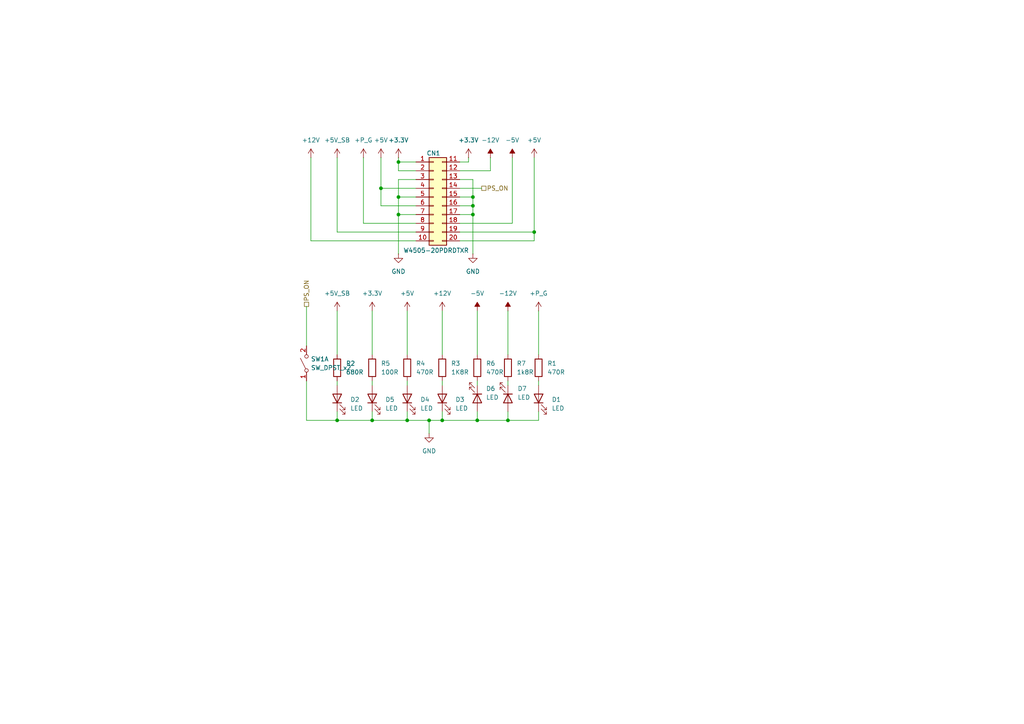
<source format=kicad_sch>
(kicad_sch (version 20231120) (generator "eeschema") (generator_version "8.0")
  (paper "A4")
  (lib_symbols
    (symbol "Connector_Generic:Conn_02x10_Top_Bottom" (pin_names (offset 1.016) hide)
      (property "Reference" "J" (at 1.27 12.7 0))
      (property "Value" "Conn_02x10_Top_Bottom" (at 1.27 -15.24 0))
      (symbol "Conn_02x10_Top_Bottom_1_1"
        (rectangle (start -1.27 -12.573) (end 0 -12.827) (stroke (width 0.1524)))
        (rectangle (start -1.27 -10.033) (end 0 -10.287) (stroke (width 0.1524)))
        (rectangle (start -1.27 -7.493) (end 0 -7.747) (stroke (width 0.1524)))
        (rectangle (start -1.27 -4.953) (end 0 -5.207) (stroke (width 0.1524)))
        (rectangle (start -1.27 -2.413) (end 0 -2.667) (stroke (width 0.1524)))
        (rectangle (start -1.27 0.127) (end 0 -0.127) (stroke (width 0.1524)))
        (rectangle (start -1.27 2.667) (end 0 2.413) (stroke (width 0.1524)))
        (rectangle (start -1.27 5.207) (end 0 4.953) (stroke (width 0.1524)))
        (rectangle (start -1.27 7.747) (end 0 7.493) (stroke (width 0.1524)))
        (rectangle (start -1.27 10.287) (end 0 10.033) (stroke (width 0.1524)))
        (rectangle (start -1.27 11.43) (end 3.81 -13.97) (stroke (width 0.254)) (fill (type background)))
        (rectangle (start 3.81 -12.573) (end 2.54 -12.827) (stroke (width 0.1524)))
        (rectangle (start 3.81 -10.033) (end 2.54 -10.287) (stroke (width 0.1524)))
        (rectangle (start 3.81 -7.493) (end 2.54 -7.747) (stroke (width 0.1524)))
        (rectangle (start 3.81 -4.953) (end 2.54 -5.207) (stroke (width 0.1524)))
        (rectangle (start 3.81 -2.413) (end 2.54 -2.667) (stroke (width 0.1524)))
        (rectangle (start 3.81 0.127) (end 2.54 -0.127) (stroke (width 0.1524)))
        (rectangle (start 3.81 2.667) (end 2.54 2.413) (stroke (width 0.1524)))
        (rectangle (start 3.81 5.207) (end 2.54 4.953) (stroke (width 0.1524)))
        (rectangle (start 3.81 7.747) (end 2.54 7.493) (stroke (width 0.1524)))
        (rectangle (start 3.81 10.287) (end 2.54 10.033) (stroke (width 0.1524)))
        (pin passive line (at -5.08 10.16 0) (length 3.81) (name "Pin_1") (number "1"))
        (pin passive line (at -5.08 -12.7 0) (length 3.81) (name "Pin_10") (number "10"))
        (pin passive line (at 7.62 10.16 180) (length 3.81) (name "Pin_11") (number "11"))
        (pin passive line (at 7.62 7.62 180) (length 3.81) (name "Pin_12") (number "12"))
        (pin passive line (at 7.62 5.08 180) (length 3.81) (name "Pin_13") (number "13"))
        (pin passive line (at 7.62 2.54 180) (length 3.81) (name "Pin_14") (number "14"))
        (pin passive line (at 7.62 0 180) (length 3.81) (name "Pin_15") (number "15"))
        (pin passive line (at 7.62 -2.54 180) (length 3.81) (name "Pin_16") (number "16"))
        (pin passive line (at 7.62 -5.08 180) (length 3.81) (name "Pin_17") (number "17"))
        (pin passive line (at 7.62 -7.62 180) (length 3.81) (name "Pin_18") (number "18"))
        (pin passive line (at 7.62 -10.16 180) (length 3.81) (name "Pin_19") (number "19"))
        (pin passive line (at -5.08 7.62 0) (length 3.81) (name "Pin_2") (number "2"))
        (pin passive line (at 7.62 -12.7 180) (length 3.81) (name "Pin_20") (number "20"))
        (pin passive line (at -5.08 5.08 0) (length 3.81) (name "Pin_3") (number "3"))
        (pin passive line (at -5.08 2.54 0) (length 3.81) (name "Pin_4") (number "4"))
        (pin passive line (at -5.08 0 0) (length 3.81) (name "Pin_5") (number "5"))
        (pin passive line (at -5.08 -2.54 0) (length 3.81) (name "Pin_6") (number "6"))
        (pin passive line (at -5.08 -5.08 0) (length 3.81) (name "Pin_7") (number "7"))
        (pin passive line (at -5.08 -7.62 0) (length 3.81) (name "Pin_8") (number "8"))
        (pin passive line (at -5.08 -10.16 0) (length 3.81) (name "Pin_9") (number "9"))
      )
    )
    (symbol "Device:LED" (pin_numbers hide) (pin_names (offset 1.016) hide)
      (property "Reference" "D" (at 0 2.54 0))
      (property "Value" "LED" (at 0 -2.54 0))
      (symbol "LED_0_1"
        (polyline (pts (xy -1.27 -1.27) (xy -1.27 1.27)) (stroke (width 0.254)))
        (polyline (pts (xy -1.27 0) (xy 1.27 0)))
        (polyline (pts (xy 1.27 -1.27) (xy 1.27 1.27) (xy -1.27 0) (xy 1.27 -1.27)) (stroke (width 0.254)))
        (polyline (pts (xy -3.048 -0.762) (xy -4.572 -2.286) (xy -3.81 -2.286) (xy -4.572 -2.286) (xy -4.572 -1.524)))
        (polyline (pts (xy -1.778 -0.762) (xy -3.302 -2.286) (xy -2.54 -2.286) (xy -3.302 -2.286) (xy -3.302 -1.524)))
      )
      (symbol "LED_1_1"
        (pin passive line (at -3.81 0 0) (length 2.54) (name "K") (number "1"))
        (pin passive line (at 3.81 0 180) (length 2.54) (name "A") (number "2"))
      )
    )
    (symbol "Device:R" (pin_numbers hide) (pin_names (offset 0))
      (property "Reference" "R" (at 2.032 0 90))
      (property "Value" "R" (at 0 0 90))
      (symbol "R_0_1"
        (rectangle (start -1.016 -2.54) (end 1.016 2.54) (stroke (width 0.254)))
      )
      (symbol "R_1_1"
        (pin passive line (at 0 3.81 270) (length 1.27) (name "~") (number "1"))
        (pin passive line (at 0 -3.81 90) (length 1.27) (name "~") (number "2"))
      )
    )
    (symbol "Switch:SW_DPST_x2" (pin_names (offset 0) hide)
      (property "Reference" "SW" (at 0 3.175 0))
      (property "Value" "SW_DPST_x2" (at 0 -2.54 0))
      (symbol "SW_DPST_x2_0_0"
        (circle (center -2.032 0) (radius 0.508))
        (polyline (pts (xy -1.524 0.254) (xy 1.524 1.778)))
        (circle (center 2.032 0) (radius 0.508))
      )
      (symbol "SW_DPST_x2_1_1"
        (pin passive line (at -5.08 0 0) (length 2.54) (name "A") (number "1"))
        (pin passive line (at 5.08 0 180) (length 2.54) (name "B") (number "2"))
      )
      (symbol "SW_DPST_x2_2_1"
        (pin passive line (at -5.08 0 0) (length 2.54) (name "A") (number "3"))
        (pin passive line (at 5.08 0 180) (length 2.54) (name "B") (number "4"))
      )
    )
    (symbol "power:+12V" (power) (pin_numbers hide) (pin_names (offset 0) hide)
      (property "Value" "+12V" (at 0 3.556 0))
      (symbol "+12V_0_1"
        (polyline (pts (xy -0.762 1.27) (xy 0 2.54)))
        (polyline (pts (xy 0 0) (xy 0 2.54)))
        (polyline (pts (xy 0 2.54) (xy 0.762 1.27)))
      )
      (symbol "+12V_1_1"
        (pin power_in line (at 0 0 90) (length 0) (name "~") (number "1"))
      )
    )
    (symbol "power:+3.3V" (power) (pin_numbers hide) (pin_names (offset 0) hide)
      (property "Value" "+3.3V" (at 0 3.556 0))
      (symbol "+3.3V_0_1"
        (polyline (pts (xy -0.762 1.27) (xy 0 2.54)))
        (polyline (pts (xy 0 0) (xy 0 2.54)))
        (polyline (pts (xy 0 2.54) (xy 0.762 1.27)))
      )
      (symbol "+3.3V_1_1"
        (pin power_in line (at 0 0 90) (length 0) (name "~") (number "1"))
      )
    )
    (symbol "power:+5V" (power) (pin_numbers hide) (pin_names (offset 0) hide)
      (property "Value" "+5V" (at 0 3.556 0))
      (symbol "+5V_0_1"
        (polyline (pts (xy -0.762 1.27) (xy 0 2.54)))
        (polyline (pts (xy 0 0) (xy 0 2.54)))
        (polyline (pts (xy 0 2.54) (xy 0.762 1.27)))
      )
      (symbol "+5V_1_1"
        (pin power_in line (at 0 0 90) (length 0) (name "~") (number "1"))
      )
    )
    (symbol "power:-12V" (power) (pin_numbers hide) (pin_names (offset 0) hide)
      (property "Value" "-12V" (at 0 3.556 0))
      (symbol "-12V_0_0"
        (pin power_in line (at 0 0 90) (length 0) (name "~") (number "1"))
      )
      (symbol "-12V_0_1"
        (polyline (pts (xy 0 0) (xy 0 1.27) (xy 0.762 1.27) (xy 0 2.54) (xy -0.762 1.27) (xy 0 1.27)) (fill (type outline)))
      )
    )
    (symbol "power:-5V" (power) (pin_numbers hide) (pin_names (offset 0) hide)
      (property "Value" "-5V" (at 0 3.556 0))
      (symbol "-5V_0_0"
        (pin power_in line (at 0 0 90) (length 0) (name "~") (number "1"))
      )
      (symbol "-5V_0_1"
        (polyline (pts (xy 0 0) (xy 0 1.27) (xy 0.762 1.27) (xy 0 2.54) (xy -0.762 1.27) (xy 0 1.27)) (fill (type outline)))
      )
    )
    (symbol "power:GND" (power) (pin_numbers hide) (pin_names (offset 0) hide)
      (property "Value" "GND" (at 0 -3.81 0))
      (symbol "GND_0_1"
        (polyline (pts (xy 0 0) (xy 0 -1.27) (xy 1.27 -1.27) (xy 0 -2.54) (xy -1.27 -1.27) (xy 0 -1.27)))
      )
      (symbol "GND_1_1"
        (pin power_in line (at 0 0 270) (length 0) (name "~") (number "1"))
      )
    )
  )
  (junction (at 118.11 121.92))
  (junction (at 107.95 121.92))
  (junction (at 124.46 121.92))
  (junction (at 128.27 121.92))
  (junction (at 115.57 57.15))
  (junction (at 138.43 121.92))
  (junction (at 137.16 62.23))
  (junction (at 115.57 46.99))
  (junction (at 147.32 121.92))
  (junction (at 115.57 62.23))
  (junction (at 97.79 121.92))
  (junction (at 110.49 54.61))
  (junction (at 137.16 59.69))
  (junction (at 137.16 57.15))
  (junction (at 154.94 67.31))
  (wire (pts (xy 147.32 119.38) (xy 147.32 121.92)))
  (wire (pts (xy 97.79 121.92) (xy 88.9 121.92)))
  (wire (pts (xy 156.21 90.17) (xy 156.21 102.87)))
  (wire (pts (xy 115.57 73.66) (xy 115.57 62.23)))
  (wire (pts (xy 124.46 121.92) (xy 118.11 121.92)))
  (wire (pts (xy 110.49 59.69) (xy 110.49 54.61)))
  (wire (pts (xy 97.79 110.49) (xy 97.79 111.76)))
  (wire (pts (xy 115.57 49.53) (xy 115.57 46.99)))
  (wire (pts (xy 107.95 110.49) (xy 107.95 111.76)))
  (wire (pts (xy 133.35 67.31) (xy 154.94 67.31)))
  (wire (pts (xy 110.49 54.61) (xy 110.49 45.72)))
  (wire (pts (xy 118.11 119.38) (xy 118.11 121.92)))
  (wire (pts (xy 128.27 121.92) (xy 138.43 121.92)))
  (wire (pts (xy 133.35 54.61) (xy 139.7 54.61)))
  (wire (pts (xy 115.57 57.15) (xy 115.57 52.07)))
  (wire (pts (xy 137.16 62.23) (xy 137.16 73.66)))
  (wire (pts (xy 133.35 59.69) (xy 137.16 59.69)))
  (wire (pts (xy 147.32 90.17) (xy 147.32 102.87)))
  (wire (pts (xy 124.46 121.92) (xy 128.27 121.92)))
  (wire (pts (xy 147.32 110.49) (xy 147.32 111.76)))
  (wire (pts (xy 133.35 52.07) (xy 137.16 52.07)))
  (wire (pts (xy 128.27 90.17) (xy 128.27 102.87)))
  (wire (pts (xy 137.16 59.69) (xy 137.16 62.23)))
  (wire (pts (xy 118.11 90.17) (xy 118.11 102.87)))
  (wire (pts (xy 142.24 49.53) (xy 133.35 49.53)))
  (wire (pts (xy 138.43 110.49) (xy 138.43 111.76)))
  (wire (pts (xy 133.35 62.23) (xy 137.16 62.23)))
  (wire (pts (xy 137.16 52.07) (xy 137.16 57.15)))
  (wire (pts (xy 128.27 119.38) (xy 128.27 121.92)))
  (wire (pts (xy 154.94 69.85) (xy 154.94 67.31)))
  (wire (pts (xy 107.95 121.92) (xy 118.11 121.92)))
  (wire (pts (xy 147.32 121.92) (xy 156.21 121.92)))
  (wire (pts (xy 115.57 52.07) (xy 120.65 52.07)))
  (wire (pts (xy 115.57 46.99) (xy 115.57 45.72)))
  (wire (pts (xy 115.57 46.99) (xy 120.65 46.99)))
  (wire (pts (xy 138.43 121.92) (xy 147.32 121.92)))
  (wire (pts (xy 118.11 110.49) (xy 118.11 111.76)))
  (wire (pts (xy 133.35 57.15) (xy 137.16 57.15)))
  (wire (pts (xy 97.79 119.38) (xy 97.79 121.92)))
  (wire (pts (xy 135.89 46.99) (xy 135.89 45.72)))
  (wire (pts (xy 115.57 62.23) (xy 115.57 57.15)))
  (wire (pts (xy 88.9 110.49) (xy 88.9 121.92)))
  (wire (pts (xy 120.65 54.61) (xy 110.49 54.61)))
  (wire (pts (xy 120.65 49.53) (xy 115.57 49.53)))
  (wire (pts (xy 107.95 90.17) (xy 107.95 102.87)))
  (wire (pts (xy 124.46 125.73) (xy 124.46 121.92)))
  (wire (pts (xy 90.17 69.85) (xy 120.65 69.85)))
  (wire (pts (xy 107.95 119.38) (xy 107.95 121.92)))
  (wire (pts (xy 88.9 88.9) (xy 88.9 100.33)))
  (wire (pts (xy 148.59 64.77) (xy 148.59 45.72)))
  (wire (pts (xy 133.35 69.85) (xy 154.94 69.85)))
  (wire (pts (xy 115.57 57.15) (xy 120.65 57.15)))
  (wire (pts (xy 156.21 110.49) (xy 156.21 111.76)))
  (wire (pts (xy 120.65 64.77) (xy 105.41 64.77)))
  (wire (pts (xy 133.35 46.99) (xy 135.89 46.99)))
  (wire (pts (xy 97.79 121.92) (xy 107.95 121.92)))
  (wire (pts (xy 156.21 119.38) (xy 156.21 121.92)))
  (wire (pts (xy 128.27 110.49) (xy 128.27 111.76)))
  (wire (pts (xy 142.24 45.72) (xy 142.24 49.53)))
  (wire (pts (xy 97.79 67.31) (xy 97.79 45.72)))
  (wire (pts (xy 154.94 67.31) (xy 154.94 45.72)))
  (wire (pts (xy 133.35 64.77) (xy 148.59 64.77)))
  (wire (pts (xy 97.79 90.17) (xy 97.79 102.87)))
  (wire (pts (xy 105.41 64.77) (xy 105.41 45.72)))
  (wire (pts (xy 90.17 45.72) (xy 90.17 69.85)))
  (wire (pts (xy 137.16 57.15) (xy 137.16 59.69)))
  (wire (pts (xy 138.43 90.17) (xy 138.43 102.87)))
  (wire (pts (xy 120.65 67.31) (xy 97.79 67.31)))
  (wire (pts (xy 138.43 119.38) (xy 138.43 121.92)))
  (wire (pts (xy 115.57 62.23) (xy 120.65 62.23)))
  (wire (pts (xy 120.65 59.69) (xy 110.49 59.69)))
  (hierarchical_label "PS_ON" (shape passive) (at 139.7 54.61 0))
  (hierarchical_label "PS_ON" (shape passive) (at 88.9 88.9 90))
  (symbol (lib_id "Device:R") (at 156.21 106.68 0) (unit 1)
    (property "Reference" "R1" (at 158.75 105.4099 0) (effects (justify left)))
    (property "Value" "470R" (at 158.75 107.9499 0) (effects (justify left)))
    (property "Footprint" "Library:R_Axial_DIN0207_L6.3mm_D2.5mm_P10.16mm_Horizontal" (effects (hide yes)))
    (property "Description" "Resistor" (effects (hide yes)))
  )
  (symbol (lib_id "power:+3.3V") (at 135.89 45.72 0) (unit 1)
    (property "Reference" "#PWR013" (effects (hide yes)))
    (property "Value" "+3.3V" (at 135.89 40.64 0))
    (property "Description" "Power symbol creates a global label with name \"+3.3V\"" (effects (hide yes)))
  )
  (symbol (lib_id "Device:R") (at 147.32 106.68 0) (unit 1)
    (property "Reference" "R7" (at 149.86 105.4099 0) (effects (justify left)))
    (property "Value" "1k8R" (at 149.86 107.9499 0) (effects (justify left)))
    (property "Footprint" "Library:R_Axial_DIN0207_L6.3mm_D2.5mm_P10.16mm_Horizontal" (effects (hide yes)))
    (property "Description" "Resistor" (effects (hide yes)))
  )
  (symbol (lib_id "power:+5V") (at 156.21 90.17 0) (unit 1)
    (property "Reference" "#PWR018" (effects (hide yes)))
    (property "Value" "+P_G" (at 156.21 85.09 0))
    (property "Description" "Power symbol creates a global label with name \"+5V\"" (effects (hide yes)))
  )
  (symbol (lib_id "Connector_Generic:Conn_02x10_Top_Bottom") (at 125.73 57.15 0) (unit 1)
    (property "Reference" "CN1" (at 125.73 44.45 0))
    (property "Value" "W4505-20PDRDTXR" (at 126.492 72.644 0))
    (property "Footprint" "Library:W4505-20PDRDTXR" (effects (hide yes)))
  )
  (symbol (lib_id "power:+5V") (at 154.94 45.72 0) (unit 1)
    (property "Reference" "#PWR012" (effects (hide yes)))
    (property "Value" "+5V" (at 154.94 40.64 0))
    (property "Description" "Power symbol creates a global label with name \"+5V\"" (effects (hide yes)))
  )
  (symbol (lib_id "power:+3.3V") (at 115.57 45.72 0) (unit 1)
    (property "Reference" "#PWR07" (effects (hide yes)))
    (property "Value" "+3.3V" (at 115.57 40.64 0))
    (property "Description" "Power symbol creates a global label with name \"+3.3V\"" (effects (hide yes)))
  )
  (symbol (lib_id "power:-12V") (at 147.32 90.17 0) (unit 1)
    (property "Reference" "#PWR02" (effects (hide yes)))
    (property "Value" "-12V" (at 147.32 85.09 0))
    (property "Description" "Power symbol creates a global label with name \"-12V\"" (effects (hide yes)))
  )
  (symbol (lib_id "Device:LED") (at 128.27 115.57 90) (unit 1)
    (property "Reference" "D3" (at 132.08 115.8874 90) (effects (justify right)))
    (property "Value" "LED" (at 132.08 118.4274 90) (effects (justify right)))
    (property "Footprint" "Library:LED_D3.0mm" (effects (hide yes)))
    (property "Description" "Light emitting diode" (effects (hide yes)))
  )
  (symbol (lib_id "power:+3.3V") (at 107.95 90.17 0) (unit 1)
    (property "Reference" "#PWR06" (effects (hide yes)))
    (property "Value" "+3.3V" (at 107.95 85.09 0))
    (property "Description" "Power symbol creates a global label with name \"+3.3V\"" (effects (hide yes)))
  )
  (symbol (lib_id "Device:LED") (at 147.32 115.57 270) (unit 1)
    (property "Reference" "D7" (at 150.1092 112.7124 90) (effects (justify left)))
    (property "Value" "LED" (at 150.1092 115.2524 90) (effects (justify left)))
    (property "Footprint" "Library:LED_D3.0mm" (effects (hide yes)))
    (property "Description" "Light emitting diode" (effects (hide yes)))
  )
  (symbol (lib_id "power:GND") (at 124.46 125.73 0) (unit 1)
    (property "Reference" "#PWR01" (effects (hide yes)))
    (property "Value" "GND" (at 124.46 130.81 0))
    (property "Description" "Power symbol creates a global label with name \"GND\" , ground" (effects (hide yes)))
  )
  (symbol (lib_id "power:GND") (at 137.16 73.66 0) (unit 1)
    (property "Reference" "#PWR010" (effects (hide yes)))
    (property "Value" "GND" (at 137.16 78.74 0))
    (property "Description" "Power symbol creates a global label with name \"GND\" , ground" (effects (hide yes)))
  )
  (symbol (lib_id "Device:R") (at 107.95 106.68 0) (unit 1)
    (property "Reference" "R5" (at 110.49 105.4099 0) (effects (justify left)))
    (property "Value" "100R" (at 110.49 107.9499 0) (effects (justify left)))
    (property "Footprint" "Library:R_Axial_DIN0207_L6.3mm_D2.5mm_P10.16mm_Horizontal" (effects (hide yes)))
    (property "Description" "Resistor" (effects (hide yes)))
  )
  (symbol (lib_id "Device:R") (at 97.79 106.68 0) (unit 1)
    (property "Reference" "R2" (at 100.33 105.4099 0) (effects (justify left)))
    (property "Value" "680R" (at 100.33 107.9499 0) (effects (justify left)))
    (property "Footprint" "Library:R_Axial_DIN0207_L6.3mm_D2.5mm_P10.16mm_Horizontal" (effects (hide yes)))
    (property "Description" "Resistor" (effects (hide yes)))
  )
  (symbol (lib_id "Device:LED") (at 156.21 115.57 90) (unit 1)
    (property "Reference" "D1" (at 160.02 115.8874 90) (effects (justify right)))
    (property "Value" "LED" (at 160.02 118.4274 90) (effects (justify right)))
    (property "Footprint" "Library:LED_D3.0mm" (effects (hide yes)))
    (property "Description" "Light emitting diode" (effects (hide yes)))
  )
  (symbol (lib_id "power:-5V") (at 148.59 45.72 0) (unit 1)
    (property "Reference" "#PWR011" (effects (hide yes)))
    (property "Value" "-5V" (at 148.59 40.64 0))
    (property "Description" "Power symbol creates a global label with name \"-5V\"" (effects (hide yes)))
  )
  (symbol (lib_id "Device:LED") (at 138.43 115.57 270) (unit 1)
    (property "Reference" "D6" (at 140.97 112.7124 90) (effects (justify left)))
    (property "Value" "LED" (at 140.97 115.2524 90) (effects (justify left)))
    (property "Footprint" "Library:LED_D3.0mm" (effects (hide yes)))
    (property "Description" "Light emitting diode" (effects (hide yes)))
  )
  (symbol (lib_id "power:-5V") (at 138.43 90.17 0) (unit 1)
    (property "Reference" "#PWR03" (effects (hide yes)))
    (property "Value" "-5V" (at 138.43 85.09 0))
    (property "Description" "Power symbol creates a global label with name \"-5V\"" (effects (hide yes)))
  )
  (symbol (lib_id "power:+12V") (at 90.17 45.72 0) (unit 1)
    (property "Reference" "#PWR017" (effects (hide yes)))
    (property "Value" "+12V" (at 90.17 40.64 0))
    (property "Description" "Power symbol creates a global label with name \"+12V\"" (effects (hide yes)))
  )
  (symbol (lib_id "Device:LED") (at 107.95 115.57 90) (unit 1)
    (property "Reference" "D5" (at 111.76 115.8874 90) (effects (justify right)))
    (property "Value" "LED" (at 111.76 118.4274 90) (effects (justify right)))
    (property "Footprint" "Library:LED_D3.0mm" (effects (hide yes)))
    (property "Description" "Light emitting diode" (effects (hide yes)))
  )
  (symbol (lib_id "power:-12V") (at 142.24 45.72 0) (unit 1)
    (property "Reference" "#PWR08" (effects (hide yes)))
    (property "Value" "-12V" (at 142.24 40.64 0))
    (property "Description" "Power symbol creates a global label with name \"-12V\"" (effects (hide yes)))
  )
  (symbol (lib_id "Device:R") (at 138.43 106.68 0) (unit 1)
    (property "Reference" "R6" (at 140.97 105.4099 0) (effects (justify left)))
    (property "Value" "470R" (at 140.97 107.9499 0) (effects (justify left)))
    (property "Footprint" "Library:R_Axial_DIN0207_L6.3mm_D2.5mm_P10.16mm_Horizontal" (effects (hide yes)))
    (property "Description" "Resistor" (effects (hide yes)))
  )
  (symbol (lib_id "Switch:SW_DPST_x2") (at 88.9 105.41 90) (unit 1)
    (property "Reference" "SW1" (at 90.17 104.1399 90) (effects (justify right)))
    (property "Value" "SW_DPST_x2" (at 90.17 106.6799 90) (effects (justify right)))
    (property "Footprint" "Library:SW_PUSH_6mm_H4.3mm" (effects (hide yes)))
    (property "Description" "Single Pole Single Throw (SPST) switch, separate symbol" (effects (hide yes)))
  )
  (symbol (lib_id "power:+5V") (at 118.11 90.17 0) (unit 1)
    (property "Reference" "#PWR05" (effects (hide yes)))
    (property "Value" "+5V" (at 118.11 85.09 0))
    (property "Description" "Power symbol creates a global label with name \"+5V\"" (effects (hide yes)))
  )
  (symbol (lib_id "Device:LED") (at 118.11 115.57 90) (unit 1)
    (property "Reference" "D4" (at 121.92 115.8874 90) (effects (justify right)))
    (property "Value" "LED" (at 121.92 118.4274 90) (effects (justify right)))
    (property "Footprint" "Library:LED_D3.0mm" (effects (hide yes)))
    (property "Description" "Light emitting diode" (effects (hide yes)))
  )
  (symbol (lib_id "power:+5V") (at 110.49 45.72 0) (unit 1)
    (property "Reference" "#PWR014" (effects (hide yes)))
    (property "Value" "+5V" (at 110.49 40.64 0))
    (property "Description" "Power symbol creates a global label with name \"+5V\"" (effects (hide yes)))
  )
  (symbol (lib_id "power:+5V") (at 97.79 45.72 0) (unit 1)
    (property "Reference" "#PWR016" (effects (hide yes)))
    (property "Value" "+5V_SB" (at 97.79 40.64 0))
    (property "Description" "Power symbol creates a global label with name \"+5V\"" (effects (hide yes)))
  )
  (symbol (lib_id "Device:R") (at 128.27 106.68 0) (unit 1)
    (property "Reference" "R3" (at 130.81 105.4099 0) (effects (justify left)))
    (property "Value" "1K8R" (at 130.81 107.9499 0) (effects (justify left)))
    (property "Footprint" "Library:R_Axial_DIN0207_L6.3mm_D2.5mm_P10.16mm_Horizontal" (effects (hide yes)))
    (property "Description" "Resistor" (effects (hide yes)))
  )
  (symbol (lib_id "power:+12V") (at 128.27 90.17 0) (unit 1)
    (property "Reference" "#PWR04" (effects (hide yes)))
    (property "Value" "+12V" (at 128.27 85.09 0))
    (property "Description" "Power symbol creates a global label with name \"+12V\"" (effects (hide yes)))
  )
  (symbol (lib_id "power:+5V") (at 105.41 45.72 0) (unit 1)
    (property "Reference" "#PWR019" (effects (hide yes)))
    (property "Value" "+P_G" (at 105.41 40.64 0))
    (property "Description" "Power symbol creates a global label with name \"+5V\"" (effects (hide yes)))
  )
  (symbol (lib_id "Device:R") (at 118.11 106.68 0) (unit 1)
    (property "Reference" "R4" (at 120.65 105.4099 0) (effects (justify left)))
    (property "Value" "470R" (at 120.65 107.9499 0) (effects (justify left)))
    (property "Footprint" "Library:R_Axial_DIN0207_L6.3mm_D2.5mm_P10.16mm_Horizontal" (effects (hide yes)))
    (property "Description" "Resistor" (effects (hide yes)))
  )
  (symbol (lib_id "Device:LED") (at 97.79 115.57 90) (unit 1)
    (property "Reference" "D2" (at 101.6 115.8874 90) (effects (justify right)))
    (property "Value" "LED" (at 101.6 118.4274 90) (effects (justify right)))
    (property "Footprint" "Library:LED_D3.0mm" (effects (hide yes)))
    (property "Description" "Light emitting diode" (effects (hide yes)))
  )
  (symbol (lib_id "power:+5V") (at 97.79 90.17 0) (unit 1)
    (property "Reference" "#PWR015" (effects (hide yes)))
    (property "Value" "+5V_SB" (at 97.79 85.09 0))
    (property "Description" "Power symbol creates a global label with name \"+5V\"" (effects (hide yes)))
  )
  (symbol (lib_id "power:GND") (at 115.57 73.66 0) (unit 1)
    (property "Reference" "#PWR09" (effects (hide yes)))
    (property "Value" "GND" (at 115.57 78.74 0))
    (property "Description" "Power symbol creates a global label with name \"GND\" , ground" (effects (hide yes)))
  )
)
</source>
